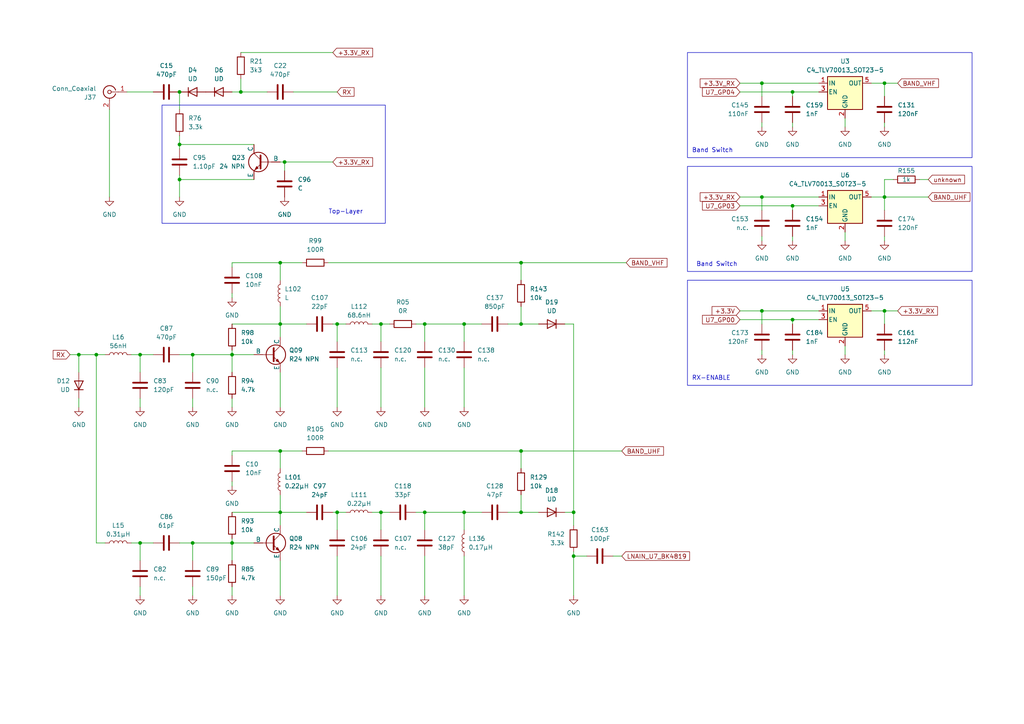
<source format=kicad_sch>
(kicad_sch (version 20230121) (generator eeschema)
  (paper "A4")
  (title_block (title "UV-K5 RX Input (Parts-List-Numbering)") (date "2023-09-17") (rev "ludwich") (comment 2 "https://github.com/ludwich66/Quansheng_UV-K5_Wiki/wiki/Parts---Teile") (comment 3 "Partnumber List"))
  (lib_symbols
    (symbol "Connector:Conn_Coaxial" (pin_names (offset 1.016) hide)
      (property "Reference" "J" (at 0.254 3.048 0))
      (property "Value" "Conn_Coaxial" (at 2.921 0 90))
      (symbol "Conn_Coaxial_0_1"
        (arc (start -1.778 -0.508) (mid 0.2311 -1.8066) (end 1.778 0) (stroke (width 0.254)))
        (polyline (pts (xy -2.54 0) (xy -0.508 0)))
        (polyline (pts (xy 0 -2.54) (xy 0 -1.778)))
        (circle (center 0 0) (radius 0.508) (stroke (width 0.2032)))
        (arc (start 1.778 0) (mid 0.2099 1.8101) (end -1.778 0.508) (stroke (width 0.254)))
      )
      (symbol "Conn_Coaxial_1_1"
        (pin passive line (at -5.08 0 0) (length 2.54) (name "In") (number "1"))
        (pin passive line (at 0 -5.08 90) (length 2.54) (name "Ext") (number "2"))
      )
    )
    (symbol "Device:C" (pin_numbers hide) (pin_names (offset 0.254))
      (property "Reference" "C" (at 0.635 2.54 0))
      (property "Value" "C" (at 0.635 -2.54 0))
      (symbol "C_0_1"
        (polyline (pts (xy -2.032 -0.762) (xy 2.032 -0.762)) (stroke (width 0.508)))
        (polyline (pts (xy -2.032 0.762) (xy 2.032 0.762)) (stroke (width 0.508)))
      )
      (symbol "C_1_1"
        (pin passive line (at 0 3.81 270) (length 2.794) (name "~") (number "1"))
        (pin passive line (at 0 -3.81 90) (length 2.794) (name "~") (number "2"))
      )
    )
    (symbol "Device:D" (pin_numbers hide) (pin_names (offset 1.016) hide)
      (property "Reference" "D" (at 0 2.54 0))
      (property "Value" "D" (at 0 -2.54 0))
      (symbol "D_0_1"
        (polyline (pts (xy -1.27 1.27) (xy -1.27 -1.27)) (stroke (width 0.254)))
        (polyline (pts (xy 1.27 0) (xy -1.27 0)))
        (polyline (pts (xy 1.27 1.27) (xy 1.27 -1.27) (xy -1.27 0) (xy 1.27 1.27)) (stroke (width 0.254)))
      )
      (symbol "D_1_1"
        (pin passive line (at -3.81 0 0) (length 2.54) (name "K") (number "1"))
        (pin passive line (at 3.81 0 180) (length 2.54) (name "A") (number "2"))
      )
    )
    (symbol "Device:L" (pin_numbers hide) (pin_names (offset 1.016) hide)
      (property "Reference" "L" (at -1.27 0 90))
      (property "Value" "L" (at 1.905 0 90))
      (symbol "L_0_1"
        (arc (start 0 -2.54) (mid 0.6323 -1.905) (end 0 -1.27))
        (arc (start 0 -1.27) (mid 0.6323 -0.635) (end 0 0))
        (arc (start 0 0) (mid 0.6323 0.635) (end 0 1.27))
        (arc (start 0 1.27) (mid 0.6323 1.905) (end 0 2.54))
      )
      (symbol "L_1_1"
        (pin passive line (at 0 3.81 270) (length 1.27) (name "1") (number "1"))
        (pin passive line (at 0 -3.81 90) (length 1.27) (name "2") (number "2"))
      )
    )
    (symbol "Device:R" (pin_numbers hide) (pin_names (offset 0))
      (property "Reference" "R" (at 2.032 0 90))
      (property "Value" "R" (at 0 0 90))
      (symbol "R_0_1"
        (rectangle (start -1.016 -2.54) (end 1.016 2.54) (stroke (width 0.254)))
      )
      (symbol "R_1_1"
        (pin passive line (at 0 3.81 270) (length 1.27) (name "~") (number "1"))
        (pin passive line (at 0 -3.81 90) (length 1.27) (name "~") (number "2"))
      )
    )
    (symbol "Regulator_Linear:TLV70013_SOT23-5" (pin_names (offset 0.254))
      (property "Reference" "U" (at -3.81 5.715 0))
      (property "Value" "TLV70013_SOT23-5" (at 0 5.715 0))
      (symbol "TLV70013_SOT23-5_0_1"
        (rectangle (start -5.08 4.445) (end 5.08 -5.08) (stroke (width 0.254)) (fill (type background)))
      )
      (symbol "TLV70013_SOT23-5_1_1"
        (pin power_in line (at -7.62 2.54 0) (length 2.54) (name "IN") (number "1"))
        (pin power_in line (at 0 -7.62 90) (length 2.54) (name "GND") (number "2"))
        (pin input line (at -7.62 0 0) (length 2.54) (name "EN") (number "3"))
        (pin no_connect line (at 5.08 0 180) (length 2.54) hide (name "NC") (number "4"))
        (pin power_out line (at 7.62 2.54 180) (length 2.54) (name "OUT") (number "5"))
      )
    )
    (symbol "Simulation_SPICE:NPN" (pin_numbers hide) (pin_names (offset 0))
      (property "Reference" "Q" (at -2.54 7.62 0))
      (property "Value" "NPN" (at -2.54 5.08 0))
      (symbol "NPN_0_1"
        (polyline (pts (xy -2.54 0) (xy 0.635 0)) (stroke (width 0.1524)))
        (polyline (pts (xy 0.635 0.635) (xy 2.54 2.54)))
        (polyline (pts (xy 2.794 -1.27) (xy 2.794 -1.27)) (stroke (width 0.1524)))
        (polyline (pts (xy 2.794 -1.27) (xy 2.794 -1.27)) (stroke (width 0.1524)))
        (polyline (pts (xy 0.635 -0.635) (xy 2.54 -2.54) (xy 2.54 -2.54)))
        (polyline (pts (xy 0.635 1.905) (xy 0.635 -1.905) (xy 0.635 -1.905)) (stroke (width 0.508)))
        (polyline (pts (xy 1.27 -1.778) (xy 1.778 -1.27) (xy 2.286 -2.286) (xy 1.27 -1.778) (xy 1.27 -1.778)) (fill (type outline)))
        (circle (center 1.27 0) (radius 2.8194) (stroke (width 0.254)))
      )
      (symbol "NPN_1_1"
        (pin open_collector line (at 2.54 5.08 270) (length 2.54) (name "C") (number "1"))
        (pin input line (at -5.08 0 0) (length 2.54) (name "B") (number "2"))
        (pin open_emitter line (at 2.54 -5.08 90) (length 2.54) (name "E") (number "3"))
      )
    )
    (symbol "power:GND" (power) (pin_names (offset 0))
      (property "Value" "GND" (at 0 -3.81 0))
      (symbol "GND_0_1"
        (polyline (pts (xy 0 0) (xy 0 -1.27) (xy 1.27 -1.27) (xy 0 -2.54) (xy -1.27 -1.27) (xy 0 -1.27)))
      )
      (symbol "GND_1_1"
        (pin power_in line (at 0 0 270) (length 0) hide (name "GND") (number "1"))
      )
    )
  )
  (junction (at 67.31 102.87))
  (junction (at 97.79 93.98))
  (junction (at 82.55 46.99))
  (junction (at 220.98 57.15))
  (junction (at 166.37 161.29))
  (junction (at 166.37 148.59))
  (junction (at 151.13 76.2))
  (junction (at 81.28 93.98))
  (junction (at 40.64 157.48))
  (junction (at 229.87 59.69))
  (junction (at 256.54 90.17))
  (junction (at 220.98 90.17))
  (junction (at 134.62 93.98))
  (junction (at 151.13 93.98))
  (junction (at 81.28 76.2))
  (junction (at 22.86 102.87))
  (junction (at 52.07 26.67))
  (junction (at 123.19 93.98))
  (junction (at 67.31 157.48))
  (junction (at 229.87 92.71))
  (junction (at 151.13 148.59))
  (junction (at 52.07 52.07))
  (junction (at 220.98 24.13))
  (junction (at 81.28 148.59))
  (junction (at 97.79 148.59))
  (junction (at 55.88 157.48))
  (junction (at 256.54 24.13))
  (junction (at 69.85 26.67))
  (junction (at 151.13 130.81))
  (junction (at 110.49 148.59))
  (junction (at 27.94 102.87))
  (junction (at 40.64 102.87))
  (junction (at 52.07 41.91))
  (junction (at 256.54 57.15))
  (junction (at 55.88 102.87))
  (junction (at 110.49 93.98))
  (junction (at 134.62 148.59))
  (junction (at 81.28 130.81))
  (junction (at 229.87 26.67))
  (junction (at 123.19 148.59))
  (wire (pts (xy 163.83 93.98) (xy 166.37 93.98)))
  (wire (pts (xy 252.73 24.13) (xy 256.54 24.13)))
  (wire (pts (xy 81.28 130.81) (xy 81.28 135.89)))
  (wire (pts (xy 22.86 115.57) (xy 22.86 118.11)))
  (wire (pts (xy 67.31 157.48) (xy 67.31 156.21)))
  (wire (pts (xy 220.98 24.13) (xy 237.49 24.13)))
  (wire (pts (xy 229.87 68.58) (xy 229.87 69.85)))
  (wire (pts (xy 245.11 34.29) (xy 245.11 36.83)))
  (wire (pts (xy 151.13 130.81) (xy 180.34 130.81)))
  (wire (pts (xy 36.83 26.67) (xy 44.45 26.67)))
  (wire (pts (xy 95.25 76.2) (xy 151.13 76.2)))
  (wire (pts (xy 229.87 92.71) (xy 237.49 92.71)))
  (wire (pts (xy 69.85 15.24) (xy 96.52 15.24)))
  (wire (pts (xy 96.52 93.98) (xy 97.79 93.98)))
  (wire (pts (xy 81.28 93.98) (xy 81.28 97.79)))
  (wire (pts (xy 81.28 88.9) (xy 81.28 93.98)))
  (wire (pts (xy 96.52 148.59) (xy 97.79 148.59)))
  (wire (pts (xy 52.07 41.91) (xy 52.07 43.18)))
  (wire (pts (xy 220.98 90.17) (xy 237.49 90.17)))
  (wire (pts (xy 151.13 88.9) (xy 151.13 93.98)))
  (wire (pts (xy 256.54 68.58) (xy 256.54 69.85)))
  (wire (pts (xy 67.31 102.87) (xy 67.31 101.6)))
  (wire (pts (xy 220.98 93.98) (xy 220.98 90.17)))
  (wire (pts (xy 163.83 148.59) (xy 166.37 148.59)))
  (wire (pts (xy 166.37 148.59) (xy 166.37 152.4)))
  (wire (pts (xy 22.86 102.87) (xy 22.86 107.95)))
  (wire (pts (xy 256.54 90.17) (xy 256.54 93.98)))
  (wire (pts (xy 107.95 148.59) (xy 110.49 148.59)))
  (wire (pts (xy 220.98 57.15) (xy 237.49 57.15)))
  (wire (pts (xy 81.28 143.51) (xy 81.28 148.59)))
  (wire (pts (xy 81.28 148.59) (xy 88.9 148.59)))
  (wire (pts (xy 97.79 93.98) (xy 100.33 93.98)))
  (wire (pts (xy 95.25 130.81) (xy 151.13 130.81)))
  (wire (pts (xy 52.07 50.8) (xy 52.07 52.07)))
  (wire (pts (xy 229.87 92.71) (xy 229.87 93.98)))
  (wire (pts (xy 55.88 157.48) (xy 67.31 157.48)))
  (wire (pts (xy 110.49 161.29) (xy 110.49 172.72)))
  (wire (pts (xy 107.95 93.98) (xy 110.49 93.98)))
  (wire (pts (xy 82.55 46.99) (xy 82.55 49.53)))
  (wire (pts (xy 256.54 57.15) (xy 256.54 60.96)))
  (wire (pts (xy 67.31 102.87) (xy 73.66 102.87)))
  (wire (pts (xy 40.64 102.87) (xy 40.64 107.95)))
  (wire (pts (xy 123.19 148.59) (xy 134.62 148.59)))
  (wire (pts (xy 229.87 26.67) (xy 229.87 27.94)))
  (wire (pts (xy 214.63 90.17) (xy 220.98 90.17)))
  (wire (pts (xy 67.31 139.7) (xy 67.31 140.97)))
  (wire (pts (xy 256.54 24.13) (xy 256.54 27.94)))
  (wire (pts (xy 40.64 157.48) (xy 40.64 162.56)))
  (wire (pts (xy 123.19 93.98) (xy 134.62 93.98)))
  (wire (pts (xy 22.86 102.87) (xy 27.94 102.87)))
  (wire (pts (xy 40.64 170.18) (xy 40.64 172.72)))
  (wire (pts (xy 40.64 157.48) (xy 44.45 157.48)))
  (wire (pts (xy 134.62 148.59) (xy 134.62 153.67)))
  (wire (pts (xy 220.98 68.58) (xy 220.98 69.85)))
  (wire (pts (xy 123.19 106.68) (xy 123.19 118.11)))
  (wire (pts (xy 214.63 26.67) (xy 229.87 26.67)))
  (wire (pts (xy 110.49 106.68) (xy 110.49 118.11)))
  (wire (pts (xy 123.19 148.59) (xy 123.19 153.67)))
  (wire (pts (xy 67.31 170.18) (xy 67.31 172.72)))
  (wire (pts (xy 69.85 26.67) (xy 77.47 26.67)))
  (wire (pts (xy 120.65 93.98) (xy 123.19 93.98)))
  (wire (pts (xy 151.13 143.51) (xy 151.13 148.59)))
  (wire (pts (xy 151.13 148.59) (xy 156.21 148.59)))
  (wire (pts (xy 55.88 115.57) (xy 55.88 118.11)))
  (wire (pts (xy 110.49 93.98) (xy 113.03 93.98)))
  (wire (pts (xy 55.88 170.18) (xy 55.88 172.72)))
  (wire (pts (xy 110.49 93.98) (xy 110.49 99.06)))
  (wire (pts (xy 55.88 102.87) (xy 67.31 102.87)))
  (wire (pts (xy 229.87 35.56) (xy 229.87 36.83)))
  (wire (pts (xy 69.85 22.86) (xy 69.85 26.67)))
  (wire (pts (xy 40.64 102.87) (xy 44.45 102.87)))
  (wire (pts (xy 81.28 76.2) (xy 81.28 81.28)))
  (wire (pts (xy 40.64 115.57) (xy 40.64 118.11)))
  (wire (pts (xy 220.98 35.56) (xy 220.98 36.83)))
  (wire (pts (xy 166.37 148.59) (xy 166.37 93.98)))
  (wire (pts (xy 97.79 148.59) (xy 100.33 148.59)))
  (wire (pts (xy 252.73 90.17) (xy 256.54 90.17)))
  (wire (pts (xy 81.28 162.56) (xy 81.28 172.72)))
  (wire (pts (xy 97.79 93.98) (xy 97.79 99.06)))
  (wire (pts (xy 256.54 52.07) (xy 256.54 57.15)))
  (wire (pts (xy 220.98 101.6) (xy 220.98 102.87)))
  (wire (pts (xy 97.79 106.68) (xy 97.79 118.11)))
  (wire (pts (xy 256.54 35.56) (xy 256.54 36.83)))
  (wire (pts (xy 85.09 26.67) (xy 97.79 26.67)))
  (wire (pts (xy 52.07 102.87) (xy 55.88 102.87)))
  (wire (pts (xy 147.32 148.59) (xy 151.13 148.59)))
  (wire (pts (xy 151.13 76.2) (xy 181.61 76.2)))
  (wire (pts (xy 67.31 85.09) (xy 67.31 86.36)))
  (wire (pts (xy 97.79 161.29) (xy 97.79 172.72)))
  (wire (pts (xy 110.49 148.59) (xy 110.49 153.67)))
  (wire (pts (xy 67.31 148.59) (xy 81.28 148.59)))
  (wire (pts (xy 134.62 93.98) (xy 139.7 93.98)))
  (wire (pts (xy 214.63 92.71) (xy 229.87 92.71)))
  (wire (pts (xy 151.13 76.2) (xy 151.13 81.28)))
  (wire (pts (xy 134.62 161.29) (xy 134.62 172.72)))
  (wire (pts (xy 214.63 57.15) (xy 220.98 57.15)))
  (wire (pts (xy 134.62 148.59) (xy 139.7 148.59)))
  (wire (pts (xy 256.54 90.17) (xy 260.35 90.17)))
  (wire (pts (xy 67.31 26.67) (xy 69.85 26.67)))
  (wire (pts (xy 52.07 52.07) (xy 73.66 52.07)))
  (wire (pts (xy 110.49 148.59) (xy 113.03 148.59)))
  (wire (pts (xy 81.28 107.95) (xy 81.28 118.11)))
  (wire (pts (xy 220.98 27.94) (xy 220.98 24.13)))
  (wire (pts (xy 245.11 67.31) (xy 245.11 69.85)))
  (wire (pts (xy 256.54 57.15) (xy 269.24 57.15)))
  (wire (pts (xy 266.7 52.07) (xy 269.24 52.07)))
  (wire (pts (xy 134.62 106.68) (xy 134.62 118.11)))
  (wire (pts (xy 67.31 130.81) (xy 67.31 132.08)))
  (wire (pts (xy 229.87 59.69) (xy 229.87 60.96)))
  (wire (pts (xy 52.07 39.37) (xy 52.07 41.91)))
  (wire (pts (xy 67.31 93.98) (xy 81.28 93.98)))
  (wire (pts (xy 252.73 57.15) (xy 256.54 57.15)))
  (wire (pts (xy 81.28 148.59) (xy 81.28 152.4)))
  (wire (pts (xy 81.28 130.81) (xy 67.31 130.81)))
  (wire (pts (xy 220.98 60.96) (xy 220.98 57.15)))
  (wire (pts (xy 55.88 157.48) (xy 55.88 162.56)))
  (wire (pts (xy 214.63 24.13) (xy 220.98 24.13)))
  (wire (pts (xy 52.07 26.67) (xy 52.07 31.75)))
  (wire (pts (xy 166.37 161.29) (xy 170.18 161.29)))
  (wire (pts (xy 67.31 102.87) (xy 67.31 107.95)))
  (wire (pts (xy 67.31 157.48) (xy 67.31 162.56)))
  (wire (pts (xy 123.19 161.29) (xy 123.19 172.72)))
  (wire (pts (xy 52.07 41.91) (xy 73.66 41.91)))
  (wire (pts (xy 81.28 46.99) (xy 82.55 46.99)))
  (wire (pts (xy 256.54 101.6) (xy 256.54 102.87)))
  (wire (pts (xy 166.37 160.02) (xy 166.37 161.29)))
  (wire (pts (xy 67.31 115.57) (xy 67.31 118.11)))
  (wire (pts (xy 81.28 93.98) (xy 88.9 93.98)))
  (wire (pts (xy 97.79 148.59) (xy 97.79 153.67)))
  (wire (pts (xy 40.64 157.48) (xy 38.1 157.48)))
  (wire (pts (xy 55.88 102.87) (xy 55.88 107.95)))
  (wire (pts (xy 229.87 59.69) (xy 237.49 59.69)))
  (wire (pts (xy 120.65 148.59) (xy 123.19 148.59)))
  (wire (pts (xy 147.32 93.98) (xy 151.13 93.98)))
  (wire (pts (xy 27.94 102.87) (xy 27.94 157.48)))
  (wire (pts (xy 52.07 52.07) (xy 52.07 57.15)))
  (wire (pts (xy 27.94 157.48) (xy 30.48 157.48)))
  (wire (pts (xy 40.64 102.87) (xy 38.1 102.87)))
  (wire (pts (xy 256.54 24.13) (xy 260.35 24.13)))
  (wire (pts (xy 87.63 130.81) (xy 81.28 130.81)))
  (wire (pts (xy 67.31 157.48) (xy 73.66 157.48)))
  (wire (pts (xy 214.63 59.69) (xy 229.87 59.69)))
  (wire (pts (xy 81.28 76.2) (xy 67.31 76.2)))
  (wire (pts (xy 229.87 101.6) (xy 229.87 102.87)))
  (wire (pts (xy 20.32 102.87) (xy 22.86 102.87)))
  (wire (pts (xy 177.8 161.29) (xy 180.34 161.29)))
  (wire (pts (xy 151.13 130.81) (xy 151.13 135.89)))
  (wire (pts (xy 87.63 76.2) (xy 81.28 76.2)))
  (wire (pts (xy 259.08 52.07) (xy 256.54 52.07)))
  (wire (pts (xy 52.07 157.48) (xy 55.88 157.48)))
  (wire (pts (xy 166.37 161.29) (xy 166.37 172.72)))
  (wire (pts (xy 123.19 93.98) (xy 123.19 99.06)))
  (wire (pts (xy 31.75 31.75) (xy 31.75 57.15)))
  (wire (pts (xy 229.87 26.67) (xy 237.49 26.67)))
  (wire (pts (xy 27.94 102.87) (xy 30.48 102.87)))
  (wire (pts (xy 67.31 76.2) (xy 67.31 77.47)))
  (wire (pts (xy 82.55 46.99) (xy 96.52 46.99)))
  (wire (pts (xy 134.62 93.98) (xy 134.62 99.06)))
  (wire (pts (xy 245.11 100.33) (xy 245.11 102.87)))
  (wire (pts (xy 151.13 93.98) (xy 156.21 93.98)))
  (rectangle (start 199.39 48.26) (end 281.94 78.74))
  (rectangle (start 199.39 15.24) (end 281.94 45.72))
  (rectangle (start 199.39 81.28) (end 281.94 111.76))
  (rectangle (start 46.99 30.48) (end 111.76 64.77))
  (text "Band Switch" (at 200.66 44.45 0) (effects (font (size 1.27 1.27)) (justify left bottom)))
  (text "Band Switch" (at 201.93 77.47 0) (effects (font (size 1.27 1.27)) (justify left bottom)))
  (text "Top-Layer" (at 95.25 62.23 0) (effects (font (size 1.27 1.27)) (justify left bottom)))
  (text "RX-ENABLE" (at 200.66 110.49 0) (effects (font (size 1.27 1.27)) (justify left bottom)))
  (global_label "LNAIN_U7_BK4819" (shape input) (at 180.34 161.29 0) (property "Intersheetrefs" "${INTERSHEET_REFS}" (at 200.5609 161.29 0) (effects (justify left))))
  (global_label "+3.3V_RX" (shape input) (at 214.63 57.15 180) (property "Intersheetrefs" "${INTERSHEET_REFS}" (at 202.5129 57.15 0) (effects (justify right))))
  (global_label "+3.3V_RX" (shape input) (at 96.52 46.99 0) (property "Intersheetrefs" "${INTERSHEET_REFS}" (at 108.6371 46.99 0) (effects (justify left))))
  (global_label "+3.3V_RX" (shape input) (at 260.35 90.17 0) (property "Intersheetrefs" "${INTERSHEET_REFS}" (at 272.4671 90.17 0) (effects (justify left))))
  (global_label "+3.3V_RX" (shape input) (at 214.63 24.13 180) (property "Intersheetrefs" "${INTERSHEET_REFS}" (at 202.5129 24.13 0) (effects (justify right))))
  (global_label "BAND_UHF" (shape input) (at 269.24 57.15 0) (property "Intersheetrefs" "${INTERSHEET_REFS}" (at 281.9015 57.15 0) (effects (justify left))))
  (global_label "BAND_VHF" (shape input) (at 260.35 24.13 0) (property "Intersheetrefs" "${INTERSHEET_REFS}" (at 272.7696 24.13 0) (effects (justify left))))
  (global_label "RX" (shape input) (at 97.79 26.67 0) (property "Intersheetrefs" "${INTERSHEET_REFS}" (at 103.2547 26.67 0) (effects (justify left))))
  (global_label "U7_GP03" (shape input) (at 214.63 59.69 180) (property "Intersheetrefs" "${INTERSHEET_REFS}" (at 203.1782 59.69 0) (effects (justify right))))
  (global_label "U7_GP00" (shape input) (at 214.63 92.71 180) (property "Intersheetrefs" "${INTERSHEET_REFS}" (at 203.1782 92.71 0) (effects (justify right))))
  (global_label "+3.3V" (shape input) (at 214.63 90.17 180) (property "Intersheetrefs" "${INTERSHEET_REFS}" (at 205.96 90.17 0) (effects (justify right))))
  (global_label "unknown" (shape input) (at 269.24 52.07 0) (property "Intersheetrefs" "${INTERSHEET_REFS}" (at 280.3288 52.07 0) (effects (justify left))))
  (global_label "+3.3V_RX" (shape input) (at 96.52 15.24 0) (property "Intersheetrefs" "${INTERSHEET_REFS}" (at 108.6371 15.24 0) (effects (justify left))))
  (global_label "BAND_VHF" (shape input) (at 181.61 76.2 0) (property "Intersheetrefs" "${INTERSHEET_REFS}" (at 194.0296 76.2 0) (effects (justify left))))
  (global_label "RX" (shape input) (at 20.32 102.87 180) (property "Intersheetrefs" "${INTERSHEET_REFS}" (at 14.8553 102.87 0) (effects (justify right))))
  (global_label "U7_GP04" (shape input) (at 214.63 26.67 180) (property "Intersheetrefs" "${INTERSHEET_REFS}" (at 203.1782 26.67 0) (effects (justify right))))
  (global_label "BAND_UHF" (shape input) (at 180.34 130.81 0) (property "Intersheetrefs" "${INTERSHEET_REFS}" (at 193.0015 130.81 0) (effects (justify left))))
  (symbol (lib_id "Device:C") (at 55.88 166.37 0) (unit 1)
    (property "Reference" "C89" (at 59.69 165.1 0) (effects (justify left)))
    (property "Value" "150pF" (at 59.69 167.64 0) (effects (justify left)))
  )
  (symbol (lib_id "Device:C") (at 48.26 26.67 90) (unit 1)
    (property "Reference" "C15" (at 48.26 19.05 90))
    (property "Value" "470pF" (at 48.26 21.59 90))
  )
  (symbol (lib_id "power:GND") (at 97.79 118.11 0) (unit 1)
    (property "Reference" "#PWR0130" (effects hide))
    (property "Value" "GND" (at 97.79 123.19 0))
  )
  (symbol (lib_id "Device:D") (at 63.5 26.67 0) (unit 1)
    (property "Reference" "D6" (at 63.5 20.32 0))
    (property "Value" "UD" (at 63.5 22.86 0))
    (property "Sim.Device" "D" (effects hide))
    (property "Sim.Pins" "1=K 2=A" (effects hide))
  )
  (symbol (lib_id "Device:C") (at 52.07 46.99 0) (unit 1)
    (property "Reference" "C95" (at 55.88 45.72 0) (effects (justify left)))
    (property "Value" "1.10pF" (at 55.88 48.26 0) (effects (justify left)))
  )
  (symbol (lib_id "Device:C") (at 256.54 97.79 180) (unit 1)
    (property "Reference" "C161" (at 260.35 96.52 0) (effects (justify right)))
    (property "Value" "112nF" (at 260.35 99.06 0) (effects (justify right)))
  )
  (symbol (lib_id "Device:R") (at 262.89 52.07 90) (unit 1)
    (property "Reference" "R155" (at 262.89 49.53 90))
    (property "Value" "1k" (at 262.89 52.07 90))
  )
  (symbol (lib_id "power:GND") (at 256.54 102.87 0) (unit 1)
    (property "Reference" "#PWR0123" (effects hide))
    (property "Value" "GND" (at 256.54 107.95 0))
  )
  (symbol (lib_id "power:GND") (at 52.07 57.15 0) (unit 1)
    (property "Reference" "#PWR0109" (effects hide))
    (property "Value" "GND" (at 52.07 62.23 0))
  )
  (symbol (lib_id "Device:R") (at 52.07 35.56 0) (unit 1)
    (property "Reference" "R76" (at 54.61 34.29 0) (effects (justify left)))
    (property "Value" "3.3k" (at 54.61 36.83 0) (effects (justify left)))
  )
  (symbol (lib_id "power:GND") (at 256.54 69.85 0) (unit 1)
    (property "Reference" "#PWR0119" (effects hide))
    (property "Value" "GND" (at 256.54 74.93 0))
  )
  (symbol (lib_id "Device:C") (at 220.98 64.77 0) (mirror x) (unit 1)
    (property "Reference" "C153" (at 217.17 63.5 0) (effects (justify right)))
    (property "Value" "n.c." (at 217.17 66.04 0) (effects (justify right)))
  )
  (symbol (lib_id "Device:R") (at 67.31 111.76 0) (unit 1)
    (property "Reference" "R94" (at 69.85 110.49 0) (effects (justify left)))
    (property "Value" "4.7k" (at 69.85 113.03 0) (effects (justify left)))
  )
  (symbol (lib_id "Device:L") (at 104.14 93.98 90) (unit 1)
    (property "Reference" "L112" (at 104.14 88.9 90))
    (property "Value" "68.6nH" (at 104.14 91.44 90))
  )
  (symbol (lib_id "Device:L") (at 134.62 157.48 180) (unit 1)
    (property "Reference" "L136" (at 135.89 156.21 0) (effects (justify right)))
    (property "Value" "0.17µH" (at 135.89 158.75 0) (effects (justify right)))
  )
  (symbol (lib_id "power:GND") (at 229.87 102.87 0) (unit 1)
    (property "Reference" "#PWR0121" (effects hide))
    (property "Value" "GND" (at 229.87 107.95 0))
  )
  (symbol (lib_id "Device:C") (at 97.79 157.48 0) (unit 1)
    (property "Reference" "C106" (at 101.6 156.21 0) (effects (justify left)))
    (property "Value" "24pF" (at 101.6 158.75 0) (effects (justify left)))
  )
  (symbol (lib_id "Regulator_Linear:TLV70013_SOT23-5") (at 245.11 59.69 0) (unit 1)
    (property "Reference" "U6" (at 245.11 50.8 0))
    (property "Value" "C4_TLV70013_SOT23-5" (at 240.03 53.34 0))
    (property "Footprint" "Package_TO_SOT_SMD:SOT-23-5" (effects hide))
    (property "Datasheet" "http://www.ti.com/lit/ds/symlink/tlv700.pdf" (effects hide))
  )
  (symbol (lib_id "Device:C") (at 143.51 93.98 90) (unit 1)
    (property "Reference" "C137" (at 143.51 86.36 90))
    (property "Value" "850pF" (at 143.51 88.9 90))
  )
  (symbol (lib_id "power:GND") (at 134.62 118.11 0) (unit 1)
    (property "Reference" "#PWR0133" (effects hide))
    (property "Value" "GND" (at 134.62 123.19 0))
  )
  (symbol (lib_id "Regulator_Linear:TLV70013_SOT23-5") (at 245.11 26.67 0) (unit 1)
    (property "Reference" "U3" (at 245.11 17.78 0))
    (property "Value" "C4_TLV70013_SOT23-5" (at 245.11 20.32 0))
    (property "Footprint" "Package_TO_SOT_SMD:SOT-23-5" (effects hide))
    (property "Datasheet" "http://www.ti.com/lit/ds/symlink/tlv700.pdf" (effects hide))
  )
  (symbol (lib_id "power:GND") (at 40.64 118.11 0) (unit 1)
    (property "Reference" "#PWR0126" (effects hide))
    (property "Value" "GND" (at 40.64 123.19 0))
  )
  (symbol (lib_id "power:GND") (at 81.28 172.72 0) (unit 1)
    (property "Reference" "#PWR0138" (effects hide))
    (property "Value" "GND" (at 81.28 177.8 0))
  )
  (symbol (lib_id "Simulation_SPICE:NPN") (at 76.2 46.99 0) (mirror y) (unit 1)
    (property "Reference" "Q23" (at 71.12 45.72 0) (effects (justify left)))
    (property "Value" "24 NPN" (at 71.12 48.26 0) (effects (justify left)))
    (property "Sim.Device" "NPN" (effects hide))
    (property "Sim.Type" "GUMMELPOON" (effects hide))
    (property "Sim.Pins" "1=C 2=B 3=E" (effects hide))
  )
  (symbol (lib_id "power:GND") (at 245.11 69.85 0) (unit 1)
    (property "Reference" "#PWR0118" (effects hide))
    (property "Value" "GND" (at 245.11 74.93 0))
  )
  (symbol (lib_id "Device:C") (at 116.84 148.59 90) (unit 1)
    (property "Reference" "C118" (at 116.84 140.97 90))
    (property "Value" "33pF" (at 116.84 143.51 90))
  )
  (symbol (lib_id "power:GND") (at 245.11 36.83 0) (unit 1)
    (property "Reference" "#PWR0112" (effects hide))
    (property "Value" "GND" (at 245.11 41.91 0))
  )
  (symbol (lib_id "Device:C") (at 92.71 148.59 90) (unit 1)
    (property "Reference" "C97" (at 92.71 140.97 90))
    (property "Value" "24pF" (at 92.71 143.51 90))
  )
  (symbol (lib_id "Device:C") (at 110.49 157.48 0) (unit 1)
    (property "Reference" "C107" (at 114.3 156.21 0) (effects (justify left)))
    (property "Value" "n.c." (at 114.3 158.75 0) (effects (justify left)))
  )
  (symbol (lib_id "power:GND") (at 220.98 36.83 0) (unit 1)
    (property "Reference" "#PWR0115" (effects hide))
    (property "Value" "GND" (at 220.98 41.91 0))
  )
  (symbol (lib_id "Device:L") (at 34.29 157.48 90) (unit 1)
    (property "Reference" "L15" (at 34.29 152.4 90))
    (property "Value" "0.31µH" (at 34.29 154.94 90))
  )
  (symbol (lib_id "power:GND") (at 110.49 118.11 0) (unit 1)
    (property "Reference" "#PWR0131" (effects hide))
    (property "Value" "GND" (at 110.49 123.19 0))
  )
  (symbol (lib_id "power:GND") (at 67.31 172.72 0) (unit 1)
    (property "Reference" "#PWR0136" (effects hide))
    (property "Value" "GND" (at 67.31 177.8 0))
  )
  (symbol (lib_id "power:GND") (at 82.55 57.15 0) (unit 1)
    (property "Reference" "#PWR0110" (effects hide))
    (property "Value" "GND" (at 82.55 62.23 0))
  )
  (symbol (lib_id "power:GND") (at 22.86 118.11 0) (unit 1)
    (property "Reference" "#PWR0124" (effects hide))
    (property "Value" "GND" (at 22.86 123.19 0))
  )
  (symbol (lib_id "power:GND") (at 220.98 69.85 0) (unit 1)
    (property "Reference" "#PWR0116" (effects hide))
    (property "Value" "GND" (at 220.98 74.93 0))
  )
  (symbol (lib_id "Device:C") (at 48.26 102.87 90) (unit 1)
    (property "Reference" "C87" (at 48.26 95.25 90))
    (property "Value" "470pF" (at 48.26 97.79 90))
  )
  (symbol (lib_id "Device:C") (at 110.49 102.87 0) (unit 1)
    (property "Reference" "C120" (at 114.3 101.6 0) (effects (justify left)))
    (property "Value" "n.c." (at 114.3 104.14 0) (effects (justify left)))
  )
  (symbol (lib_id "power:GND") (at 55.88 118.11 0) (unit 1)
    (property "Reference" "#PWR0127" (effects hide))
    (property "Value" "GND" (at 55.88 123.19 0))
  )
  (symbol (lib_id "power:GND") (at 67.31 140.97 0) (unit 1)
    (property "Reference" "#PWR0137" (effects hide))
    (property "Value" "GND" (at 67.31 146.05 0))
  )
  (symbol (lib_id "Device:C") (at 229.87 31.75 180) (unit 1)
    (property "Reference" "C159" (at 233.68 30.48 0) (effects (justify right)))
    (property "Value" "1nF" (at 233.68 33.02 0) (effects (justify right)))
  )
  (symbol (lib_id "Device:C") (at 256.54 31.75 180) (unit 1)
    (property "Reference" "C131" (at 260.35 30.48 0) (effects (justify right)))
    (property "Value" "120nF" (at 260.35 33.02 0) (effects (justify right)))
  )
  (symbol (lib_id "Device:C") (at 55.88 111.76 0) (unit 1)
    (property "Reference" "C90" (at 59.69 110.49 0) (effects (justify left)))
    (property "Value" "n.c." (at 59.69 113.03 0) (effects (justify left)))
  )
  (symbol (lib_id "Device:R") (at 151.13 85.09 0) (unit 1)
    (property "Reference" "R143" (at 153.67 83.82 0) (effects (justify left)))
    (property "Value" "10k" (at 153.67 86.36 0) (effects (justify left)))
  )
  (symbol (lib_id "Device:C") (at 40.64 166.37 0) (unit 1)
    (property "Reference" "C82" (at 44.45 165.1 0) (effects (justify left)))
    (property "Value" "n.c." (at 44.45 167.64 0) (effects (justify left)))
  )
  (symbol (lib_id "Device:R") (at 91.44 130.81 90) (unit 1)
    (property "Reference" "R105" (at 91.44 124.46 90))
    (property "Value" "100R" (at 91.44 127 90))
  )
  (symbol (lib_id "power:GND") (at 81.28 118.11 0) (unit 1)
    (property "Reference" "#PWR0129" (effects hide))
    (property "Value" "GND" (at 81.28 123.19 0))
  )
  (symbol (lib_id "Device:C") (at 220.98 31.75 0) (mirror x) (unit 1)
    (property "Reference" "C145" (at 217.17 30.48 0) (effects (justify right)))
    (property "Value" "110nF" (at 217.17 33.02 0) (effects (justify right)))
  )
  (symbol (lib_id "Device:R") (at 69.85 19.05 0) (unit 1)
    (property "Reference" "R21" (at 72.39 17.78 0) (effects (justify left)))
    (property "Value" "3k3" (at 72.39 20.32 0) (effects (justify left)))
  )
  (symbol (lib_id "power:GND") (at 166.37 172.72 0) (unit 1)
    (property "Reference" "#PWR0143" (effects hide))
    (property "Value" "GND" (at 166.37 177.8 0))
  )
  (symbol (lib_id "Device:C") (at 123.19 102.87 0) (unit 1)
    (property "Reference" "C130" (at 127 101.6 0) (effects (justify left)))
    (property "Value" "n.c." (at 127 104.14 0) (effects (justify left)))
  )
  (symbol (lib_id "Device:D") (at 55.88 26.67 0) (unit 1)
    (property "Reference" "D4" (at 55.88 20.32 0))
    (property "Value" "UD" (at 55.88 22.86 0))
    (property "Sim.Device" "D" (effects hide))
    (property "Sim.Pins" "1=K 2=A" (effects hide))
  )
  (symbol (lib_id "Regulator_Linear:TLV70013_SOT23-5") (at 245.11 92.71 0) (unit 1)
    (property "Reference" "U5" (at 245.11 83.82 0))
    (property "Value" "C4_TLV70013_SOT23-5" (at 245.11 86.36 0))
    (property "Footprint" "Package_TO_SOT_SMD:SOT-23-5" (effects hide))
    (property "Datasheet" "http://www.ti.com/lit/ds/symlink/tlv700.pdf" (effects hide))
  )
  (symbol (lib_id "Device:L") (at 81.28 139.7 180) (unit 1)
    (property "Reference" "L101" (at 82.55 138.43 0) (effects (justify right)))
    (property "Value" "0.22µH" (at 82.55 140.97 0) (effects (justify right)))
  )
  (symbol (lib_id "Device:C") (at 220.98 97.79 0) (mirror x) (unit 1)
    (property "Reference" "C173" (at 217.17 96.52 0) (effects (justify right)))
    (property "Value" "120nF" (at 217.17 99.06 0) (effects (justify right)))
  )
  (symbol (lib_id "power:GND") (at 229.87 36.83 0) (unit 1)
    (property "Reference" "#PWR0114" (effects hide))
    (property "Value" "GND" (at 229.87 41.91 0))
  )
  (symbol (lib_id "Simulation_SPICE:NPN") (at 78.74 157.48 0) (unit 1)
    (property "Reference" "Q08" (at 83.82 156.21 0) (effects (justify left)))
    (property "Value" "R24 NPN" (at 83.82 158.75 0) (effects (justify left)))
    (property "Sim.Device" "NPN" (effects hide))
    (property "Sim.Type" "GUMMELPOON" (effects hide))
    (property "Sim.Pins" "1=C 2=B 3=E" (effects hide))
  )
  (symbol (lib_id "Device:D") (at 22.86 111.76 270) (mirror x) (unit 1)
    (property "Reference" "D12" (at 20.32 110.49 90) (effects (justify right)))
    (property "Value" "UD" (at 20.32 113.03 90) (effects (justify right)))
    (property "Sim.Device" "D" (effects hide))
    (property "Sim.Pins" "1=K 2=A" (effects hide))
  )
  (symbol (lib_id "Device:C") (at 67.31 135.89 0) (unit 1)
    (property "Reference" "C10" (at 71.12 134.62 0) (effects (justify left)))
    (property "Value" "10nF" (at 71.12 137.16 0) (effects (justify left)))
  )
  (symbol (lib_id "Device:C") (at 97.79 102.87 0) (unit 1)
    (property "Reference" "C113" (at 101.6 101.6 0) (effects (justify left)))
    (property "Value" "n.c." (at 101.6 104.14 0) (effects (justify left)))
  )
  (symbol (lib_id "power:GND") (at 256.54 36.83 0) (unit 1)
    (property "Reference" "#PWR0113" (effects hide))
    (property "Value" "GND" (at 256.54 41.91 0))
  )
  (symbol (lib_id "power:GND") (at 220.98 102.87 0) (unit 1)
    (property "Reference" "#PWR0120" (effects hide))
    (property "Value" "GND" (at 220.98 107.95 0))
  )
  (symbol (lib_id "Device:C") (at 81.28 26.67 90) (unit 1)
    (property "Reference" "C22" (at 81.28 19.05 90))
    (property "Value" "470pF" (at 81.28 21.59 90))
  )
  (symbol (lib_id "Device:C") (at 229.87 64.77 180) (unit 1)
    (property "Reference" "C154" (at 233.68 63.5 0) (effects (justify right)))
    (property "Value" "1nF" (at 233.68 66.04 0) (effects (justify right)))
  )
  (symbol (lib_id "power:GND") (at 40.64 172.72 0) (unit 1)
    (property "Reference" "#PWR0134" (effects hide))
    (property "Value" "GND" (at 40.64 177.8 0))
  )
  (symbol (lib_id "power:GND") (at 31.75 57.15 0) (unit 1)
    (property "Reference" "#PWR0111" (effects hide))
    (property "Value" "GND" (at 31.75 62.23 0))
  )
  (symbol (lib_id "Device:C") (at 123.19 157.48 0) (unit 1)
    (property "Reference" "C127" (at 127 156.21 0) (effects (justify left)))
    (property "Value" "38pF" (at 127 158.75 0) (effects (justify left)))
  )
  (symbol (lib_id "Device:L") (at 81.28 85.09 180) (unit 1)
    (property "Reference" "L102" (at 82.55 83.82 0) (effects (justify right)))
    (property "Value" "L" (at 82.55 86.36 0) (effects (justify right)))
  )
  (symbol (lib_id "Device:R") (at 91.44 76.2 90) (unit 1)
    (property "Reference" "R99" (at 91.44 69.85 90))
    (property "Value" "100R" (at 91.44 72.39 90))
  )
  (symbol (lib_id "power:GND") (at 55.88 172.72 0) (unit 1)
    (property "Reference" "#PWR0135" (effects hide))
    (property "Value" "GND" (at 55.88 177.8 0))
  )
  (symbol (lib_id "power:GND") (at 110.49 172.72 0) (unit 1)
    (property "Reference" "#PWR0140" (effects hide))
    (property "Value" "GND" (at 110.49 177.8 0))
  )
  (symbol (lib_id "power:GND") (at 97.79 172.72 0) (unit 1)
    (property "Reference" "#PWR0139" (effects hide))
    (property "Value" "GND" (at 97.79 177.8 0))
  )
  (symbol (lib_id "power:GND") (at 134.62 172.72 0) (unit 1)
    (property "Reference" "#PWR0142" (effects hide))
    (property "Value" "GND" (at 134.62 177.8 0))
  )
  (symbol (lib_id "Device:R") (at 67.31 152.4 0) (unit 1)
    (property "Reference" "R93" (at 69.85 151.13 0) (effects (justify left)))
    (property "Value" "10k" (at 69.85 153.67 0) (effects (justify left)))
  )
  (symbol (lib_id "Device:D") (at 160.02 93.98 180) (unit 1)
    (property "Reference" "D19" (at 160.02 87.63 0))
    (property "Value" "UD" (at 160.02 90.17 0))
    (property "Sim.Device" "D" (effects hide))
    (property "Sim.Pins" "1=K 2=A" (effects hide))
  )
  (symbol (lib_id "power:GND") (at 229.87 69.85 0) (unit 1)
    (property "Reference" "#PWR0117" (effects hide))
    (property "Value" "GND" (at 229.87 74.93 0))
  )
  (symbol (lib_id "Device:C") (at 229.87 97.79 180) (unit 1)
    (property "Reference" "C184" (at 233.68 96.52 0) (effects (justify right)))
    (property "Value" "1nF" (at 233.68 99.06 0) (effects (justify right)))
  )
  (symbol (lib_id "Device:R") (at 166.37 156.21 0) (mirror y) (unit 1)
    (property "Reference" "R142" (at 163.83 154.94 0) (effects (justify left)))
    (property "Value" "3.3k" (at 163.83 157.48 0) (effects (justify left)))
  )
  (symbol (lib_id "Device:C") (at 92.71 93.98 90) (unit 1)
    (property "Reference" "C107" (at 92.71 86.36 90))
    (property "Value" "22pF" (at 92.71 88.9 90))
  )
  (symbol (lib_id "Device:L") (at 34.29 102.87 90) (unit 1)
    (property "Reference" "L16" (at 34.29 97.79 90))
    (property "Value" "56nH" (at 34.29 100.33 90))
  )
  (symbol (lib_id "Device:C") (at 48.26 157.48 90) (unit 1)
    (property "Reference" "C86" (at 48.26 149.86 90))
    (property "Value" "61pF" (at 48.26 152.4 90))
  )
  (symbol (lib_id "Device:C") (at 82.55 53.34 0) (unit 1)
    (property "Reference" "C96" (at 86.36 52.07 0) (effects (justify left)))
    (property "Value" "C" (at 86.36 54.61 0) (effects (justify left)))
  )
  (symbol (lib_id "Device:R") (at 116.84 93.98 90) (unit 1)
    (property "Reference" "R05" (at 116.84 87.63 90))
    (property "Value" "0R" (at 116.84 90.17 90))
  )
  (symbol (lib_id "power:GND") (at 67.31 118.11 0) (unit 1)
    (property "Reference" "#PWR0128" (effects hide))
    (property "Value" "GND" (at 67.31 123.19 0))
  )
  (symbol (lib_id "Device:R") (at 151.13 139.7 0) (unit 1)
    (property "Reference" "R129" (at 153.67 138.43 0) (effects (justify left)))
    (property "Value" "10k" (at 153.67 140.97 0) (effects (justify left)))
  )
  (symbol (lib_id "Device:R") (at 67.31 97.79 0) (unit 1)
    (property "Reference" "R98" (at 69.85 96.52 0) (effects (justify left)))
    (property "Value" "10k" (at 69.85 99.06 0) (effects (justify left)))
  )
  (symbol (lib_id "Device:C") (at 256.54 64.77 180) (unit 1)
    (property "Reference" "C174" (at 260.35 63.5 0) (effects (justify right)))
    (property "Value" "120nF" (at 260.35 66.04 0) (effects (justify right)))
  )
  (symbol (lib_id "Device:C") (at 67.31 81.28 0) (unit 1)
    (property "Reference" "C108" (at 71.12 80.01 0) (effects (justify left)))
    (property "Value" "10nF" (at 71.12 82.55 0) (effects (justify left)))
  )
  (symbol (lib_id "Device:D") (at 160.02 148.59 180) (unit 1)
    (property "Reference" "D18" (at 160.02 142.24 0))
    (property "Value" "UD" (at 160.02 144.78 0))
    (property "Sim.Device" "D" (effects hide))
    (property "Sim.Pins" "1=K 2=A" (effects hide))
  )
  (symbol (lib_id "Connector:Conn_Coaxial") (at 31.75 26.67 0) (mirror y) (unit 1)
    (property "Reference" "J37" (at 27.94 28.2332 0) (effects (justify left)))
    (property "Value" "Conn_Coaxial" (at 27.94 25.6932 0) (effects (justify left)))
    (property "Datasheet" " ~" (effects hide))
  )
  (symbol (lib_id "Device:C") (at 173.99 161.29 90) (unit 1)
    (property "Reference" "C163" (at 173.99 153.67 90))
    (property "Value" "100pF" (at 173.99 156.21 90))
  )
  (symbol (lib_id "Device:C") (at 143.51 148.59 90) (unit 1)
    (property "Reference" "C128" (at 143.51 140.97 90))
    (property "Value" "47pF" (at 143.51 143.51 90))
  )
  (symbol (lib_id "Simulation_SPICE:NPN") (at 78.74 102.87 0) (unit 1)
    (property "Reference" "Q09" (at 83.82 101.6 0) (effects (justify left)))
    (property "Value" "R24 NPN" (at 83.82 104.14 0) (effects (justify left)))
    (property "Sim.Device" "NPN" (effects hide))
    (property "Sim.Type" "GUMMELPOON" (effects hide))
    (property "Sim.Pins" "1=C 2=B 3=E" (effects hide))
  )
  (symbol (lib_id "Device:C") (at 134.62 102.87 0) (unit 1)
    (property "Reference" "C138" (at 138.43 101.6 0) (effects (justify left)))
    (property "Value" "n.c." (at 138.43 104.14 0) (effects (justify left)))
  )
  (symbol (lib_id "Device:C") (at 40.64 111.76 0) (unit 1)
    (property "Reference" "C83" (at 44.45 110.49 0) (effects (justify left)))
    (property "Value" "120pF" (at 44.45 113.03 0) (effects (justify left)))
  )
  (symbol (lib_id "Device:R") (at 67.31 166.37 0) (unit 1)
    (property "Reference" "R85" (at 69.85 165.1 0) (effects (justify left)))
    (property "Value" "4.7k" (at 69.85 167.64 0) (effects (justify left)))
  )
  (symbol (lib_id "power:GND") (at 123.19 172.72 0) (unit 1)
    (property "Reference" "#PWR0141" (effects hide))
    (property "Value" "GND" (at 123.19 177.8 0))
  )
  (symbol (lib_id "power:GND") (at 245.11 102.87 0) (unit 1)
    (property "Reference" "#PWR0122" (effects hide))
    (property "Value" "GND" (at 245.11 107.95 0))
  )
  (symbol (lib_id "Device:L") (at 104.14 148.59 90) (unit 1)
    (property "Reference" "L111" (at 104.14 143.51 90))
    (property "Value" "0.22µH" (at 104.14 146.05 90))
  )
  (symbol (lib_id "power:GND") (at 123.19 118.11 0) (unit 1)
    (property "Reference" "#PWR0132" (effects hide))
    (property "Value" "GND" (at 123.19 123.19 0))
  )
  (symbol (lib_id "power:GND") (at 67.31 86.36 0) (unit 1)
    (property "Reference" "#PWR0125" (effects hide))
    (property "Value" "GND" (at 67.31 91.44 0))
  )
)
</source>
